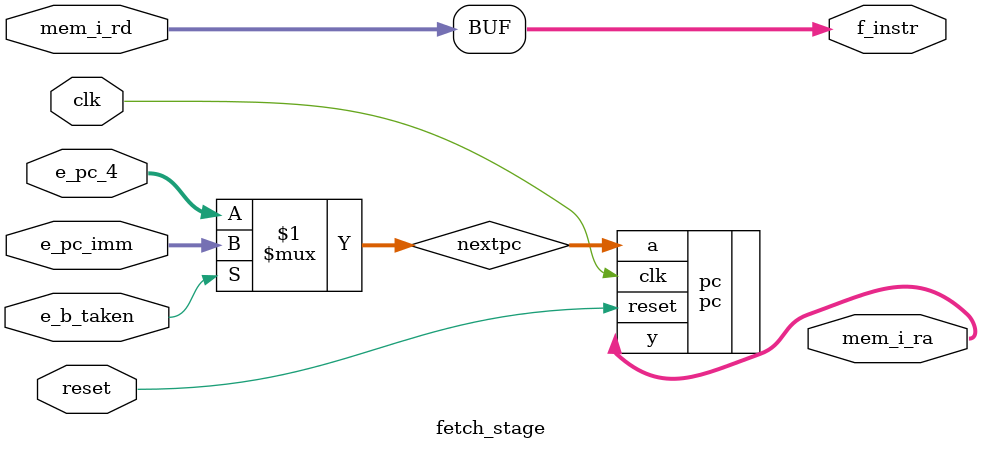
<source format=sv>
module fetch_stage(     input   logic           clk, reset,
                        input   logic           e_b_taken,
                        input   logic[31:0]     e_pc_imm, e_pc_4, mem_i_rd,
                        output  logic[31:0]     mem_i_ra, f_instr);
    logic[31:0]     nextpc;

    // Mux to switch nextpc between pc + imm and pc+4
    assign nextpc = e_b_taken ? e_pc_imm : e_pc_4;

    pc   pc(    .clk(clk), .reset(reset),
                .a(nextpc), .y(mem_i_ra));
    assign f_instr = mem_i_rd;
endmodule

</source>
